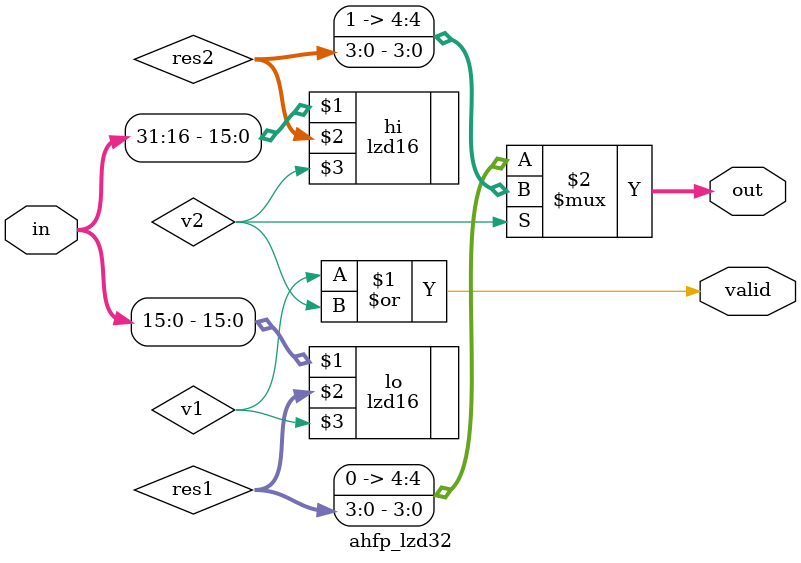
<source format=v>
module ahfp_lzd32(in, out, valid);
	input	wire [31:0] in;
	output	wire [4:0] 	out;
	output	wire valid;
	wire [3:0] res1, res2;
	wire v1, v2;
	lzd16 lo(in[15:0] , res1, v1);
	lzd16 hi(in[31:16], res2, v2);
	assign valid = v1 | v2;
	assign out = v2 ? {1'b1, res2} : {1'b0, res1};
endmodule
</source>
